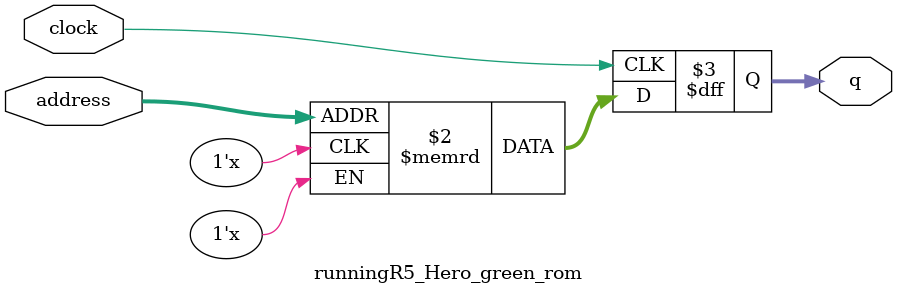
<source format=sv>
module runningR5_Hero_green_rom (
	input logic clock,
	input logic [11:0] address,
	output logic [2:0] q
);

logic [2:0] memory [0:2639] /* synthesis ram_init_file = "./runningR5_Hero_green/runningR5_Hero_green.mif" */;

always_ff @ (posedge clock) begin
	q <= memory[address];
end

endmodule

</source>
